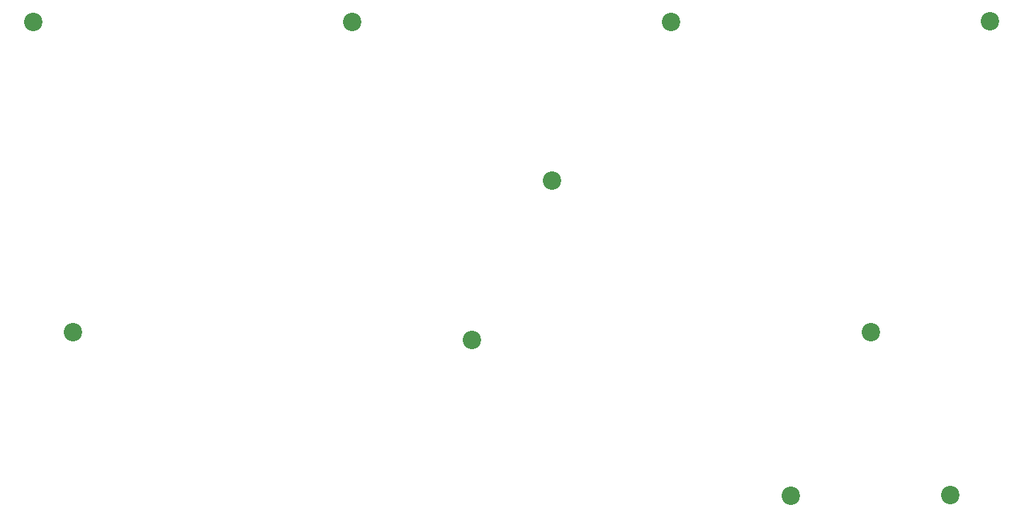
<source format=gbs>
%TF.GenerationSoftware,KiCad,Pcbnew,7.0.10*%
%TF.CreationDate,2024-02-19T14:11:06+09:00*%
%TF.ProjectId,keyball-row-staggered-right,6b657962-616c-46c2-9d72-6f772d737461,rev?*%
%TF.SameCoordinates,Original*%
%TF.FileFunction,Soldermask,Bot*%
%TF.FilePolarity,Negative*%
%FSLAX46Y46*%
G04 Gerber Fmt 4.6, Leading zero omitted, Abs format (unit mm)*
G04 Created by KiCad (PCBNEW 7.0.10) date 2024-02-19 14:11:06*
%MOMM*%
%LPD*%
G01*
G04 APERTURE LIST*
%ADD10C,2.200000*%
G04 APERTURE END LIST*
D10*
%TO.C,REF\u002A\u002A*%
X185730000Y-94760000D03*
%TD*%
%TO.C,REF\u002A\u002A*%
X85725000Y-57658000D03*
%TD*%
%TO.C,REF\u002A\u002A*%
X147660000Y-76680000D03*
%TD*%
%TO.C,REF\u002A\u002A*%
X195250000Y-114240000D03*
%TD*%
%TO.C,REF\u002A\u002A*%
X161925000Y-57658000D03*
%TD*%
%TO.C,REF\u002A\u002A*%
X200025000Y-57632600D03*
%TD*%
%TO.C,REF\u002A\u002A*%
X123825000Y-57658000D03*
%TD*%
%TO.C,REF\u002A\u002A*%
X90474800Y-94742000D03*
%TD*%
%TO.C,REF\u002A\u002A*%
X176200000Y-114300000D03*
%TD*%
%TO.C,REF\u002A\u002A*%
X138125200Y-95732600D03*
%TD*%
M02*

</source>
